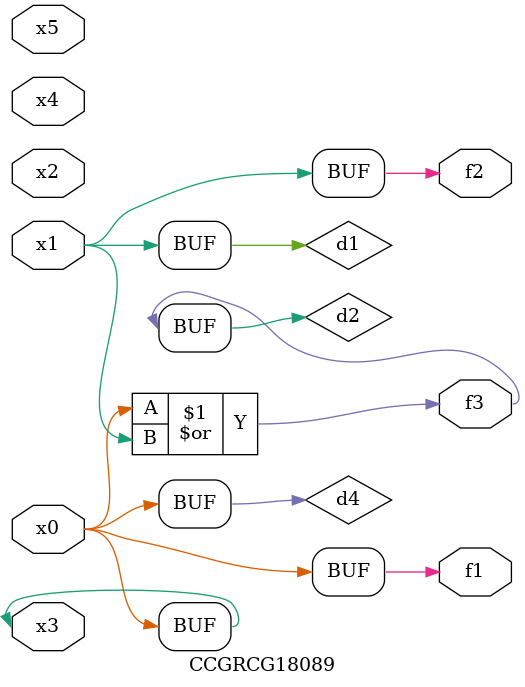
<source format=v>
module CCGRCG18089(
	input x0, x1, x2, x3, x4, x5,
	output f1, f2, f3
);

	wire d1, d2, d3, d4;

	and (d1, x1);
	or (d2, x0, x1);
	nand (d3, x0, x5);
	buf (d4, x0, x3);
	assign f1 = d4;
	assign f2 = d1;
	assign f3 = d2;
endmodule

</source>
